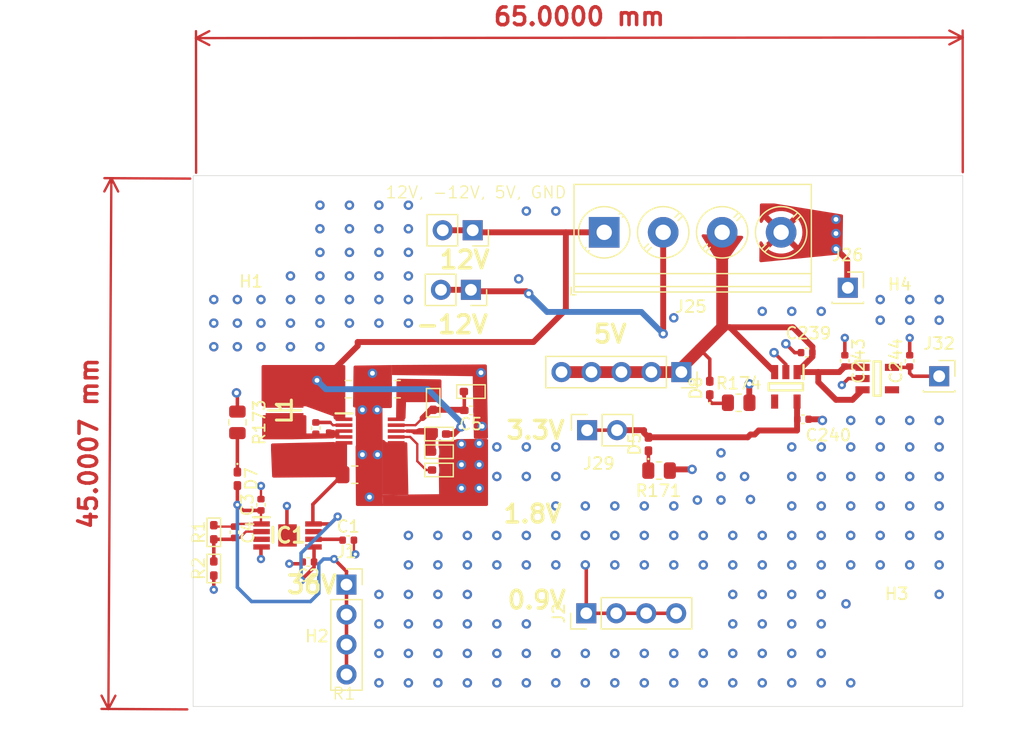
<source format=kicad_pcb>
(kicad_pcb (version 20240108) (generator "pcbnew") (generator_version "8.0")
  (layers (0 "F.Cu" signal) (1 "In1.Cu" power) (2 "In2.Cu" power) (31 "B.Cu" signal) (34 "B.Paste" user) (35 "F.Paste" user) (36 "B.SilkS" user "B.Silkscreen") (37 "F.SilkS" user "F.Silkscreen") (38 "B.Mask" user) (39 "F.Mask" user) (44 "Edge.Cuts" user))
  (net 0 "")
  (net 1 "5V")
  (net 2 "12V")
  (net 3 "3.3V")
  (net 4 "GND")
  (net 5 "Net-(D5-Pad1)")
  (net 6 "Net-(D7-Pad1)")
  (net 8 "-12V")
  (net 9 "Net-(D8-Pad1)")
  (net 10 "SW")
  (net 11 "BST")
  (net 12 "Net-(IC2-INTVCC)")
  (net 13 "36V")
  (net 14 "EN{slash}UVLO")
  (net 15 "Net-(IC2-CTRL)")
  (net 16 "Net-(IC2-RT)")
  (net 18 "3.3V_2")
  (net 19 "Net-(IC1-SS)")
  (net 20 "36V_LDO")
  (net 21 "Net-(IC1-ADJ{slash}FF)")
  (footprint "Capacitor_SMD:C_0402_1005Metric" (layer "F.Cu") (at 185 55.2 90)
    (property "Reference" "C244")
    (property "Value" "1uF")
  )
  (footprint "SamacSys_Parts:INDC3030X200N" (layer "F.Cu") (at 132 59.4 -90)
    (property "Reference" "L1")
    (property "Value" "78438336100" (hide yes))
  )
  (footprint "LED_SMD:LED_0402_1005Metric_Pad0.77x0.64mm_HandSolder" (layer "F.Cu") (at 162.85 62.25 90)
    (property "Reference" "D5")
    (property "Value" "LED")
  )
  (footprint "Capacitor_SMD:C_0805_2012Metric_Pad1.18x1.45mm_HandSolder" (layer "F.Cu") (at 137.4 57.6)
    (property "Reference" "C51" (hide yes))
    (property "Value" "2.2uF")
  )
  (footprint "Connector_PinSocket_2.54mm:PinSocket_1x01_P2.54mm_Vertical" (layer "F.Cu") (at 179.75 49)
    (property "Reference" "J26")
    (property "Value" "PINHD_1x1_Female")
  )
  (footprint "Capacitor_SMD:C_0402_1005Metric" (layer "F.Cu") (at 134.65 60.9 90)
    (property "Reference" "C52" (hide yes))
    (property "Value" "0.1uF")
  )
  (footprint "Connector_PinSocket_2.54mm:PinSocket_1x02_P2.54mm_Vertical" (layer "F.Cu") (at 157.65 61.075 90)
    (property "Reference" "J29")
    (property "Value" "PINHD_1x2_Female")
  )
  (footprint "Resistor_SMD:R_0805_2012Metric" (layer "F.Cu") (at 170.5 58.75)
    (property "Reference" "R174")
    (property "Value" "2.2k")
  )
  (footprint "Connector_PinSocket_2.54mm:PinSocket_1x04_P2.54mm_Vertical" (layer "F.Cu") (at 137.25 74.17)
    (property "Reference" "J1")
    (property "Value" "PINHD_1x4_Female")
  )
  (footprint "PCM_Resistor_SMD_AKL:R_0402_1005Metric_Pad0.72x0.64mm_HandSolder" (layer "F.Cu") (at 145.1 62.9)
    (property "Reference" "R38" (hide yes))
    (property "Value" "162k")
  )
  (footprint "TerminalBlock_Phoenix:TerminalBlock_Phoenix_PT-1,5-4-5.0-H_1x04_P5.00mm_Horizontal" (layer "F.Cu") (at 159.1 44.3)
    (property "Reference" "J25")
    (property "Value" "Screw_Terminal_4_P5.00mm")
  )
  (footprint "PCM_Resistor_SMD_AKL:R_0402_1005Metric_Pad0.72x0.64mm_HandSolder" (layer "F.Cu") (at 144.6 58.75 -90)
    (property "Reference" "R40" (hide yes))
    (property "Value" "301k")
  )
  (footprint "SamacSys_Parts:SOP50P490X110-11N" (layer "F.Cu") (at 139.25 61.15)
    (property "Reference" "IC2" (hide yes))
    (property "Value" "LT8338" (hide yes))
  )
  (footprint "PCM_Resistor_SMD_AKL:R_0402_1005Metric_Pad0.72x0.64mm_HandSolder" (layer "F.Cu") (at 126 69.73 90)
    (property "Reference" "R1")
    (property "Value" "135k")
  )
  (footprint "Connector_PinHeader_2.54mm:PinHeader_1x04_P2.54mm_Vertical" (layer "F.Cu") (at 157.58 76.6 90)
    (property "Reference" "J2")
    (property "Value" "PINHD_1x4_Male")
  )
  (footprint "SamacSys_Parts:SOP65P490X110-9N" (layer "F.Cu") (at 132.25 70)
    (property "Reference" "IC1")
    (property "Value" "NCP731ADNADJR2G" (hide yes))
  )
  (footprint "PCM_Resistor_SMD_AKL:R_0402_1005Metric_Pad0.72x0.64mm_HandSolder" (layer "F.Cu") (at 126 72.8 90)
    (property "Reference" "R2")
    (property "Value" "5k")
  )
  (footprint "Capacitor_SMD:C_0402_1005Metric" (layer "F.Cu") (at 134.02 72.25 180)
    (property "Reference" "C2")
    (property "Value" "1uF")
  )
  (footprint "MountingHole:MountingHole_3.2mm_M3" (layer "F.Cu") (at 129.5 44.15)
    (property "Reference" "H1")
    (property "Value" "MountingHole_M3")
  )
  (footprint "PCM_Resistor_SMD_AKL:R_0402_1005Metric_Pad0.72x0.64mm_HandSolder" (layer "F.Cu") (at 145.1 61.4 180)
    (property "Reference" "R37" (hide yes))
    (property "Value" "1M")
  )
  (footprint "MountingHole:MountingHole_3.2mm_M3" (layer "F.Cu") (at 183.9 44.15)
    (property "Reference" "H4")
    (property "Value" "MountingHole_M3")
  )
  (footprint "Connector_PinSocket_2.54mm:PinSocket_1x02_P2.54mm_Vertical" (layer "F.Cu") (at 147.95 44.125 -90)
    (property "Reference" "J23" (hide yes))
    (property "Value" "PINHD_1x2_Female")
  )
  (footprint "LED_SMD:LED_0402_1005Metric_Pad0.77x0.64mm_HandSolder" (layer "F.Cu") (at 168.05 57.5 90)
    (property "Reference" "D8")
    (property "Value" "LED")
  )
  (footprint "Capacitor_SMD:C_0402_1005Metric" (layer "F.Cu") (at 127.75 69.73 -90)
    (property "Reference" "C4")
    (property "Value" "10nF")
  )
  (footprint "Capacitor_SMD:C_0402_1005Metric" (layer "F.Cu") (at 137.4 70.4)
    (property "Reference" "C1")
    (property "Value" "10nF")
  )
  (footprint "LED_SMD:LED_0402_1005Metric_Pad0.77x0.64mm_HandSolder" (layer "F.Cu") (at 128 65.2 -90)
    (property "Reference" "D7")
    (property "Value" "LED")
  )
  (footprint "PCM_Resistor_SMD_AKL:R_0402_1005Metric_Pad0.72x0.64mm_HandSolder" (layer "F.Cu") (at 145.1 64.45)
    (property "Reference" "R39" (hide yes))
    (property "Value" "40.2k")
  )
  (footprint "Capacitor_SMD:C_0805_2012Metric_Pad1.18x1.45mm_HandSolder" (layer "F.Cu") (at 137.95 64.85)
    (property "Reference" "C242" (hide yes))
    (property "Value" "4.7uF")
  )
  (footprint "PCM_Resistor_SMD_AKL:R_0402_1005Metric_Pad0.72x0.64mm_HandSolder" (layer "F.Cu") (at 147.8 57.8)
    (property "Reference" "R41" (hide yes))
    (property "Value" "1M")
  )
  (footprint "Capacitor_SMD:C_0402_1005Metric_Pad0.74x0.62mm_HandSolder" (layer "F.Cu") (at 147.8 59.4 180)
    (property "Reference" "C5")
    (property "Value" "0.01uF")
  )
  (footprint "Capacitor_SMD:C_0402_1005Metric" (layer "F.Cu") (at 130 67.4 90)
    (property "Reference" "C3")
    (property "Value" "1uF")
  )
  (footprint "Connector_PinSocket_2.54mm:PinSocket_1x05_P2.54mm_Vertical" (layer "F.Cu") (at 165.64 56.15 -90)
    (property "Reference" "J28" (hide yes))
    (property "Value" "PINHD_1x5_Female")
  )
  (footprint "SamacSys_Parts:SOT95P280X145-5N" (layer "F.Cu") (at 174.5 57.4 -90)
    (property "Reference" "IC8" (hide yes))
    (property "Value" "TLV73333PDBVR" (hide yes))
  )
  (footprint "Capacitor_SMD:C_0805_2012Metric_Pad1.18x1.45mm_HandSolder" (layer "F.Cu") (at 141.55 57.6 180)
    (property "Reference" "C53" (hide yes))
    (property "Value" "2.2uF")
  )
  (footprint "Connector_PinSocket_2.54mm:PinSocket_1x02_P2.54mm_Vertical" (layer "F.Cu") (at 147.8 49.175 -90)
    (property "Reference" "J24" (hide yes))
    (property "Value" "PINHD_1x2_Female")
  )
  (footprint "MountingHole:MountingHole_3.2mm_M3" (layer "F.Cu") (at 129.5 79.15)
    (property "Reference" "H2")
    (property "Value" "MountingHole_M3")
  )
  (footprint "SamacSys_Parts:SOT95P280X145-5N" (layer "F.Cu") (at 182.25 56.7)
    (property "Reference" "IC9" (hide yes))
    (property "Value" "TLV73333PDBVR" (hide yes))
  )
  (footprint "Resistor_SMD:R_0805_2012Metric" (layer "F.Cu") (at 163.75 64.5)
    (property "Reference" "R171")
    (property "Value" "2.2k")
  )
  (footprint "MountingHole:MountingHole_3.2mm_M3" (layer "F.Cu") (at 183.9 79.15)
    (property "Reference" "H3")
    (property "Value" "MountingHole_M3")
  )
  (footprint "Resistor_SMD:R_0805_2012Metric" (layer "F.Cu") (at 128 60.4125 90)
    (property "Reference" "R173")
    (property "Value" "2.2k")
  )
  (footprint "Capacitor_SMD:C_0402_1005Metric" (layer "F.Cu") (at 176.27 54.5)
    (property "Reference" "C239")
    (property "Value" "1uF")
  )
  (footprint "Capacitor_SMD:C_0402_1005Metric" (layer "F.Cu") (at 175.95 60.15)
    (property "Reference" "C240")
    (property "Value" "1uF")
  )
  (footprint "Capacitor_SMD:C_0402_1005Metric" (layer "F.Cu") (at 179.5 55.2 -90)
    (property "Reference" "C243")
    (property "Value" "1uF")
  )
  (footprint "Connector_PinSocket_2.54mm:PinSocket_1x01_P2.54mm_Vertical" (layer "F.Cu") (at 187.5 56.5)
    (property "Reference" "J32")
    (property "Value" "PINHD_1x1_Female")
  )
  (gr_line (start 124.25 84.5) (end 124.25 39.5) (stroke (width 0.05)) (layer "Edge.Cuts"))
  (gr_line (start 124.25 84.5) (end 189.5 84.5) (stroke (width 0.05)) (layer "Edge.Cuts"))
  (gr_line (start 124.25 39.5) (end 189.5 39.5) (stroke (width 0.05)) (layer "Edge.Cuts"))
  (gr_line (start 189.5 39.5) (end 189.5 84.5) (stroke (width 0.05)) (layer "Edge.Cuts"))
  (gr_text "1.8V" (at 150.4 69.05 0) (layer "F.SilkS") (effects (font (size 1.5 1.5) (thickness 0.3) (bold yes)) (justify left bottom)))
  (gr_text "3.3V" (at 150.65 61.95 0) (layer "F.SilkS") (effects (font (size 1.5 1.5) (thickness 0.3) (bold yes)) (justify left bottom)))
  (gr_text "12V" (at 145 47.5 0) (layer "F.SilkS") (effects (font (size 1.5 1.5) (thickness 0.3) (bold yes)) (justify left bottom)))
  (gr_text "5V\n" (at 158.05 53.8 0) (layer "F.SilkS") (effects (font (size 1.5 1.5) (thickness 0.3) (bold yes)) (justify left bottom)))
  (gr_text "R1" (at 136 84 0) (layer "F.SilkS") (effects (font (size 1 1) (thickness 0.1)) (justify left bottom)))
  (gr_text "-12V" (at 143 53 0) (layer "F.SilkS") (effects (font (size 1.5 1.5) (thickness 0.3) (bold yes)) (justify left bottom)))
  (gr_text "0.9V" (at 150.75 76.35 0) (layer "F.SilkS") (effects (font (size 1.5 1.5) (thickness 0.3) (bold yes)) (justify left bottom)))
  (gr_text "36V\n" (at 132.05 75.05 0) (layer "F.SilkS") (effects (font (size 1.5 1.5) (thickness 0.3) (bold yes)) (justify left bottom)))
  (gr_text "12V, -12V, 5V, GND" (at 140.5 41.5 0) (layer "F.SilkS") (effects (font (size 1 1) (thickness 0.1)) (justify left bottom)))
  (dimension (type aligned) (layer "F.Cu") (pts (xy 124.5 39.75) (xy 124.25 84.75)) (height 7.187121) (gr_text "45.0007 mm" (at 115.388018 62.200072 89.68169339) (layer "F.Cu") (effects (font (size 1.5 1.5) (thickness 0.3)))) (format (prefix "") (suffix "") (units 3) (units_format 1) (precision 4)) (style (thickness 0.2) (arrow_length 1.27) (text_position_mode 0) (extension_height 0.58642) (extension_offset 0.5) keep_text_aligned))
  (dimension (type aligned) (layer "F.Cu") (pts (xy 124.5 39.75) (xy 189.5 39.7)) (height -11.917512) (gr_text "65.0000 mm" (at 156.989448 26.007493 0.04407366786) (layer "F.Cu") (effects (font (size 1.5 1.5) (thickness 0.3)))) (format (prefix "") (suffix "") (units 3) (units_format 1) (precision 4)) (style (thickness 0.2) (arrow_length 1.27) (text_position_mode 0) (extension_height 0.58642) (extension_offset 0.5) keep_text_aligned))
  (segment (start 169.1 44.3) (end 169.1 52.35) (width 1) (layer "F.Cu") (net 1))
  (segment (start 169.75 52.35) (end 173.55 56.15) (width 0.5) (layer "F.Cu") (net 1))
  (segment (start 180.15 58.5) (end 181 57.65) (width 0.5) (layer "F.Cu") (net 1))
  (segment (start 179.5 55.68) (end 180.93 55.68) (width 0.5) (layer "F.Cu") (net 1))
  (segment (start 175.1 52.35) (end 176.75 54) (width 0.5) (layer "F.Cu") (net 1))
  (segment (start 165.64 56.15) (end 165.64 55.81) (width 1) (layer "F.Cu") (net 1))
  (segment (start 168.05 55.05) (end 167.225 54.225) (width 0.3) (layer "F.Cu") (net 1))
  (segment (start 169.3 52.35) (end 175.1 52.35) (width 0.5) (layer "F.Cu") (net 1))
  (segment (start 177.25 56.15) (end 177.25 57) (width 0.5) (layer "F.Cu") (net 1))
  (segment (start 176.75 54.85) (end 175.45 56.15) (width 0.5) (layer "F.Cu") (net 1))
  (segment (start 165.64 56.15) (end 155.48 56.15) (width 1) (layer "F.Cu") (net 1))
  (segment (start 180.93 55.68) (end 181 55.75) (width 0.5) (layer "F.Cu") (net 1))
  (segment (start 169.1 52.35) (end 169.3 52.35) (width 0.5) (layer "F.Cu") (net 1))
  (segment (start 179.03 56.15) (end 179.5 55.68) (width 0.5) (layer "F.Cu") (net 1))
  (segment (start 165.64 55.81) (end 167.225 54.225) (width 1) (layer "F.Cu") (net 1))
  (segment (start 169.3 52.35) (end 169.75 52.35) (width 0.5) (layer "F.Cu") (net 1))
  (segment (start 176.75 54) (end 176.75 54.85) (width 0.5) (layer "F.Cu") (net 1))
  (segment (start 168.05 57.18) (end 168.05 55.05) (width 0.3) (layer "F.Cu") (net 1))
  (segment (start 178.75 58.5) (end 180.15 58.5) (width 0.5) (layer "F.Cu") (net 1))
  (segment (start 177.25 57) (end 178.75 58.5) (width 0.5) (layer "F.Cu") (net 1))
  (segment (start 167.225 54.225) (end 169.1 52.35) (width 1) (layer "F.Cu") (net 1))
  (segment (start 175.45 56.15) (end 177.25 56.15) (width 0.5) (layer "F.Cu") (net 1))
  (segment (start 177.25 56.15) (end 179.03 56.15) (width 0.5) (layer "F.Cu") (net 1))
  (segment (start 146.95 60.8) (end 146.35 61.4) (width 0.5) (layer "F.Cu") (net 2))
  (segment (start 138.2 53.6) (end 138.2 53.925) (width 0.5) (layer "F.Cu") (net 2))
  (segment (start 155.85 50.85) (end 153.1 53.6) (width 0.5) (layer "F.Cu") (net 2))
  (segment (start 153.1 53.6) (end 138.2 53.6) (width 0.5) (layer "F.Cu") (net 2))
  (segment (start 155.85 44.3) (end 148.125 44.3) (width 0.5) (layer "F.Cu") (net 2))
  (segment (start 146.35 61.4) (end 145.6975 61.4) (width 0.5) (layer "F.Cu") (net 2))
  (segment (start 136.3625 55.7625) (end 136.3625 57.6) (width 0.5) (layer "F.Cu") (net 2))
  (segment (start 159.1 44.3) (end 155.85 44.3) (width 0.5) (layer "F.Cu") (net 2))
  (segment (start 138.2 53.925) (end 136.3625 55.7625) (width 0.5) (layer "F.Cu") (net 2))
  (segment (start 147.95 44.125) (end 145.41 44.125) (width 0.5) (layer "F.Cu") (net 2))
  (segment (start 148.125 44.3) (end 147.95 44.125) (width 0.5) (layer "F.Cu") (net 2))
  (segment (start 155.85 44.3) (end 155.85 50.85) (width 0.5) (layer "F.Cu") (net 2))
  (via (at 146.95 60.8) (size 0.8) (drill 0.4) (layers "F.Cu" "B.Cu") (net 2))
  (via (at 134.75 56.85) (size 0.8) (drill 0.4) (layers "F.Cu" "B.Cu") (net 2))
  (segment (start 135.5 57.6) (end 134.75 56.85) (width 0.5) (layer "B.Cu") (net 2))
  (segment (start 144.15 57.6) (end 135.5 57.6) (width 0.5) (layer "B.Cu") (net 2))
  (segment (start 146.95 60.4) (end 144.15 57.6) (width 0.5) (layer "B.Cu") (net 2))
  (segment (start 146.95 60.8) (end 146.95 60.4) (width 0.5) (layer "B.Cu") (net 2))
  (segment (start 172.2 61.1) (end 175.45 61.1) (width 0.5) (layer "F.Cu") (net 3))
  (segment (start 171.2675 61.6775) (end 171.5 61.445) (width 0.5) (layer "F.Cu") (net 3))
  (segment (start 171.855 61.445) (end 172.2 61.1) (width 0.5) (layer "F.Cu") (net 3))
  (segment (start 160.65 61.535) (end 160.19 61.075) (width 0.3) (layer "F.Cu") (net 3))
  (segment (start 162.85 61.6775) (end 171.2675 61.6775) (width 0.5) (layer "F.Cu") (net 3))
  (segment (start 162.48 61.3075) (end 162.85 61.6775) (width 0.5) (layer "F.Cu") (net 3))
  (segment (start 160.19 61.075) (end 157.65 61.075) (width 0.3) (layer "F.Cu") (net 3))
  (segment (start 162.48 61.075) (end 160.19 61.075) (width 0.5) (layer "F.Cu") (net 3))
  (segment (start 171.5 61.445) (end 171.855 61.445) (width 0.5) (layer "F.Cu") (net 3))
  (segment (start 162.48 61.075) (end 162.48 61.3075) (width 0.5) (layer "F.Cu") (net 3))
  (segment (start 175.45 58.65) (end 175.45 61.1) (width 0.5) (layer "F.Cu") (net 3))
  (segment (start 181 56.7) (end 179.8 56.7) (width 0.3) (layer "F.Cu") (net 4))
  (segment (start 130 66.92) (end 130 65.8) (width 0.2) (layer "F.Cu") (net 4))
  (segment (start 179.7 48.8) (end 179.7 46.65) (width 0.5) (layer "F.Cu") (net 4))
  (segment (start 176.43 60.15) (end 177.5 60.15) (width 0.5) (layer "F.Cu") (net 4))
  (segment (start 171.4 58.7625) (end 171.3625 58.8) (width 0.5) (layer "F.Cu") (net 4))
  (segment (start 174.5 55.5) (end 173.5 54.5) (width 0.3) (layer "F.Cu") (net 4))
  (segment (start 157.58 72.58) (end 157.58 76.6) (width 0.3) (layer "F.Cu") (net 4))
  (segment (start 185 54.72) (end 185 53.25) (width 0.3) (layer "F.Cu") (net 4))
  (segment (start 157.58 76.6) (end 160.12 76.6) (width 0.3) (layer "F.Cu") (net 4))
  (segment (start 130 72) (end 130 71.025) (width 0.3) (layer "F.Cu") (net 4))
  (segment (start 132.4 72.4) (end 133.39 72.4) (width 0.3) (layer "F.Cu") (net 4))
  (segment (start 166.55 64.4) (end 164.765 64.4) (width 0.5) (layer "F.Cu") (net 4))
  (segment (start 128 59.5) (end 128 57.9875) (width 0.3) (layer "F.Cu") (net 4))
  (segment (start 177.5 60.15) (end 177.6 60.25) (width 0.5) (layer "F.Cu") (net 4))
  (segment (start 137.88 71.48) (end 138 71.6) (width 0.2) (layer "F.Cu") (net 4))
  (segment (start 175.79 54.5) (end 175.25 54.5) (width 0.3) (layer "F.Cu") (net 4))
  (segment (start 133.39 72.4) (end 133.54 72.25) (width 0.2) (layer "F.Cu") (net 4))
  (segment (start 132.2 67.5) (end 132.2 69.95) (width 0.3) (layer "F.Cu") (net 4))
  (segment (start 128 57.9875) (end 127.925 57.9125) (width 0.3) (layer "F.Cu") (net 4))
  (segment (start 126 73.3975) (end 126 74.6) (width 0.3) (layer "F.Cu") (net 4))
  (segment (start 174.5 56.15) (end 174.5 55.5) (width 0.3) (layer "F.Cu") (net 4))
  (segment (start 130 71.025) (end 130.05 70.975) (width 0.2) (layer "F.Cu") (net 4))
  (segment (start 179.5 54.72) (end 179.5 53.25) (width 0.3) (layer "F.Cu") (net 4))
  (segment (start 160.12 76.6) (end 162.66 76.6) (width 0.3) (layer "F.Cu") (net 4))
  (segment (start 179.8 56.7) (end 179.25 57.25) (width 0.3) (layer "F.Cu") (net 4))
  (segment (start 157.5 72.5) (end 157.58 72.58) (width 0.3) (layer "F.Cu") (net 4))
  (segment (start 179.7 46.65) (end 178.75 45.7) (width 0.5) (layer "F.Cu") (net 4))
  (segment (start 132.2 69.95) (end 132.25 70) (width 0.3) (layer "F.Cu") (net 4))
  (segment (start 162.66 76.6) (end 165.2 76.6) (width 0.3) (layer "F.Cu") (net 4))
  (segment (start 137.88 70.4) (end 137.88 71.48) (width 0.2) (layer "F.Cu") (net 4))
  (segment (start 171.4 57.15) (end 171.4 58.7625) (width 0.5) (layer "F.Cu") (net 4))
  (segment (start 175.25 54.5) (end 174.5 53.75) (width 0.3) (layer "F.Cu") (net 4))
  (segment (start 171.5 66.95) (end 171.62 66.95) (width 0.5) (layer "F.Cu") (net 4))
  (via (at 160 70) (size 0.8) (drill 0.4) (layers "F.Cu" "B.Cu") (net 4))
  (via (at 162.5 70) (size 0.8) (drill 0.4) (layers "F.Cu" "B.Cu") (net 4))
  (via (at 177.5 80) (size 0.8) (drill 0.4) (layers "F.Cu" "B.Cu") (net 4))
  (via (at 135 44) (size 0.8) (drill 0.4) (layers "F.Cu" "B.Cu") (net 4))
  (via (at 152.5 82.5) (size 0.8) (drill 0.4) (layers "F.Cu" "B.Cu") (net 4))
  (via (at 150 80) (size 0.8) (drill 0.4) (layers "F.Cu" "B.Cu") (net 4))
  (via (at 145 77.5) (size 0.8) (drill 0.4) (layers "F.Cu" "B.Cu") (net 4))
  (via (at 167.5 70) (size 0.8) (drill 0.4) (layers "F.Cu" "B.Cu") (net 4))
  (via (at 175 77.5) (size 0.8) (drill 0.4) (layers "F.Cu" "B.Cu") (net 4))
  (via (at 152.5 80) (size 0.8) (drill 0.4) (layers "F.Cu" "B.Cu") (net 4))
  (via (at 160 72.5) (size 0.8) (drill 0.4) (layers "F.Cu" "B.Cu") (net 4))
  (via (at 155 42.5) (size 0.8) (drill 0.4) (layers "F.Cu" "B.Cu") (net 4))
  (via (at 145 82.5) (size 0.8) (drill 0.4) (layers "F.Cu" "B.Cu") (net 4))
  (via (at 140 80) (size 0.8) (drill 0.4) (layers "F.Cu" "B.Cu") (net 4))
  (via (at 142.5 48) (size 0.8) (drill 0.4) (layers "F.Cu" "B.Cu") (net 4))
  (via (at 130 50) (size 0.8) (drill 0.4) (layers "F.Cu" "B.Cu") (net 4))
  (via (at 148.75 60.75) (size 0.8) (drill 0.4) (layers "F.Cu" "B.Cu") (net 4))
  (via (at 172.5 70) (size 0.8) (drill 0.4) (layers "F.Cu" "B.Cu") (net 4))
  (via (at 166.55 64.4) (size 0.8) (drill 0.4) (layers "F.Cu" "B.Cu") (net 4))
  (via (at 171.5 66.95) (size 0.8) (drill 0.4) (layers "F.Cu" "B.Cu") (net 4))
  (via (at 167.5 80) (size 0.8) (drill 0.4) (layers "F.Cu" "B.Cu") (net 4))
  (via (at 135 46) (size 0.8) (drill 0.4) (layers "F.Cu" "B.Cu") (net 4))
  (via (at 165 82.5) (size 0.8) (drill 0.4) (layers "F.Cu" "B.Cu") (net 4))
  (via (at 142.5 75) (size 0.8) (drill 0.4) (layers "F.Cu" "B.Cu") (net 4))
  (via (at 148.5 62.2) (size 0.8) (drill 0.4) (layers "F.Cu" "B.Cu") (net 4))
  (via (at 138.6 59.35) (size 0.8) (drill 0.4) (layers "F.Cu" "B.Cu") (net 4))
  (via (at 142.5 80) (size 0.8) (drill 0.4) (layers "F.Cu" "B.Cu") (net 4))
  (via (at 135 42) (size 0.8) (drill 0.4) (layers "F.Cu" "B.Cu") (net 4))
  (via (at 147 66) (size 0.8) (drill 0.4) (layers "F.Cu" "B.Cu") (net 4))
  (via (at 147.5 75) (size 0.8) (drill 0.4) (layers "F.Cu" "B.Cu") (net 4))
  (via (at 152.5 62.5) (size 0.8) (drill 0.4) (layers "F.Cu" "B.Cu") (net 4))
  (via (at 147.5 70) (size 0.8) (drill 0.4) (layers "F.Cu" "B.Cu") (net 4))
  (via (at 147 64) (size 0.8) (drill 0.4) (layers "F.Cu" "B.Cu") (net 4))
  (via (at 180 72.5) (size 0.8) (drill 0.4) (layers "F.Cu" "B.Cu") (net 4))
  (via (at 187.5 60.25) (size 0.8) (drill 0.4) (layers "F.Cu" "B.Cu") (net 4))
  (via (at 140 50) (size 0.8) (drill 0.4) (layers "F.Cu" "B.Cu") (net 4))
  (via (at 179.6 75.8) (size 0.8) (drill 0.4) (layers "F.Cu" "B.Cu") (net 4))
  (via (at 148.5 64) (size 0.8) (drill 0.4) (layers "F.Cu" "B.Cu") (net 4))
  (via (at 172.5 80) (size 0.8) (drill 0.4) (layers "F.Cu" "B.Cu") (net 4))
  (via (at 130 54) (size 0.8) (drill 0.4) (layers "F.Cu" "B.Cu") (net 4))
  (via (at 165 51.55) (size 0.8) (drill 0.4) (layers "F.Cu" "B.Cu") (net 4))
  (via (at 180 60.25) (size 0.8) (drill 0.4) (layers "F.Cu" "B.Cu") (net 4))
  (via (at 160 80) (size 0.8) (drill 0.4) (layers "F.Cu" "B.Cu") (net 4))
  (via (at 162.5 80) (size 0.8) (drill 0.4) (layers "F.Cu" "B.Cu") (net 4))
  (via (at 142.5 42) (size 0.8) (drill 0.4) (layers "F.Cu" "B.Cu") (net 4))
  (via (at 155 82.5) (size 0.8) (drill 0.4) (layers "F.Cu" "B.Cu") (net 4))
  (via (at 126 52) (size 0.8) (drill 0.4) (layers "F.Cu" "B.Cu") (net 4))
  (via (at 182.5 51.75) (size 0.8) (drill 0.4) (layers "F.Cu" "B.Cu") (net 4))
  (via (at 132.5 54) (size 0.8) (drill 0.4) (layers "F.Cu" "B.Cu") (net 4))
  (via (at 180 70) (size 0.8) (drill 0.4) (layers "F.Cu" "B.Cu") (net 4))
  (via (at 132.4 72.4) (size 0.7) (drill 0.3) (layers "F.Cu" "B.Cu") (net 4))
  (via (at 185 70) (size 0.8) (drill 0.4) (layers "F.Cu" "B.Cu") (net 4))
  (via (at 148.5 66) (size 0.8) (drill 0.4) (layers "F.Cu" "B.Cu") (net 4))
  (via (at 187.5 72.5) (size 0.8) (drill 0.4) (layers "F.Cu" "B.Cu") (net 4))
  (via (at 169 63) (size 0.8) (drill 0.4) (layers "F.Cu" "B.Cu") (net 4))
  (via (at 160 82.5) (size 0.8) (drill 0.4) (layers "F.Cu" "B.Cu") (net 4))
  (via (at 175 75) (size 0.8) (drill 0.4) (layers "F.Cu" "B.Cu") (net 4))
  (via (at 182.5 72.5) (size 0.8) (drill 0.4) (layers "F.Cu" "B.Cu") (net 4))
  (via (at 155 62.5) (size 0.8) (drill 0.4) (layers "F.Cu" "B.Cu") (net 4))
  (via (at 142.5 46) (size 0.8) (drill 0.4) (layers "F.Cu" "B.Cu") (net 4))
  (via (at 152.5 42.5) (size 0.8) (drill 0.4) (layers "F.Cu" "B.Cu") (net 4))
  (via (at 187.5 50) (size 0.8) (drill 0.4) (layers "F.Cu" "B.Cu") (net 4))
  (via (at 130 65.8) (size 0.7) (drill 0.3) (layers "F.Cu" "B.Cu") (net 4))
  (via (at 155 80) (size 0.8) (drill 0.4) (layers "F.Cu" "B.Cu") (net 4))
  (via (at 150 70) (size 0.8) (drill 0.4) (layers "F.Cu" "B.Cu") (net 4))
  (via (at 142.5 52) (size 0.8) (drill 0.4) (layers "F.Cu" "B.Cu") (net 4))
  (via (at 175 62.5) (size 0.8) (drill 0.4) (layers "F.Cu" "B.Cu") (net 4))
  (via (at 172.5 82.5) (size 0.8) (drill 0.4) (layers "F.Cu" "B.Cu") (net 4))
  (via (at 157.5 82.5) (size 0.8) (drill 0.4) (layers "F.Cu" "B.Cu") (net 4))
  (via (at 147.5 72.5) (size 0.8) (drill 0.4) (layers "F.Cu" "B.Cu") (net 4))
  (via (at 150 65) (size 0.8) (drill 0.4) (layers "F.Cu" "B.Cu") (net 4))
  (via (at 142.5 44) (size 0.8) (drill 0.4) (layers "F.Cu" "B.Cu") (net 4))
  (via (at 126 50) (size 0.8) (drill 0.4) (layers "F.Cu" "B.Cu") (net 4))
  (via (at 167 67) (size 0.8) (drill 0.4) (layers "F.Cu" "B.Cu") (net 4))
  (via (at 177.5 72.5) (size 0.8) (drill 0.4) (layers "F.Cu" "B.Cu") (net 4))
  (via (at 178.75 44.4) (size 0.8) (drill 0.4) (layers "F.Cu" "B.Cu") (net 4))
  (via (at 187.5 65) (size 0.8) (drill 0.4) (layers "F.Cu" "B.Cu") (net 4))
  (via (at 150 77.5) (size 0.8) (drill 0.4) (layers "F.Cu" "B.Cu") (net 4))
  (via (at 139.45 56.25) (size 0.8) (drill 0.4) (layers "F.Cu" "B.Cu") (net 4))
  (via (at 177.5 75) (size 0.8) (drill 0.4) (layers "F.Cu" "B.Cu") (net 4))
  (via (at 157.5 80) (size 0.8) (drill 0.4) (layers "F.Cu" "B.Cu") (net 4))
  (via (at 177.5 70) (size 0.8) (drill 0.4) (layers "F.Cu" "B.Cu") (net 4))
  (via (at 165 70) (size 0.8) (drill 0.4) (layers "F.Cu" "B.Cu") (net 4))
  (via (at 173.5 54.5) (size 0.8) (drill 0.4) (layers "F.Cu" "B.Cu") (net 4))
  (via (at 162.5 67.5) (size 0.8) (drill 0.4) (layers "F.Cu" "B.Cu") (net 4))
  (via (at 130 72) (size 0.7) (drill 0.3) (layers "F.Cu" "B.Cu") (net 4))
  (via (at 172.5 77.5) (size 0.8) (drill 0.4) (layers "F.Cu" "B.Cu") (net 4))
  (via (at 140 42) (size 0.8) (drill 0.4) (layers "F.Cu" "B.Cu") (net 4))
  (via (at 128 50) (size 0.8) (drill 0.4) (layers "F.Cu" "B.Cu") (net 4))
  (via (at 147.5 82.5) (size 0.8) (drill 0.4) (layers "F.Cu" "B.Cu") (net 4))
  (via (at 185 50) (size 0.8) (drill 0.4) (layers "F.Cu" "B.Cu") (net 4))
  (via (at 178.75 43.2) (size 0.8) (drill 0.4) (layers "F.Cu" "B.Cu") (net 4))
  (via (at 147 62.25) (size 0.8) (drill 0.4) (layers "F.Cu" "B.Cu") (net 4))
  (via (at 152.5 70) (size 0.8) (drill 0.4) (layers "F.Cu" "B.Cu") (net 4))
  (via (at 142.5 72.5) (size 0.8) (drill 0.4) (layers "F.Cu" "B.Cu") (net 4))
  (via (at 185 72.5) (size 0.8) (drill 0.4) (layers "F.Cu" "B.Cu") (net 4))
  (via (at 177.5 62.5) (size 0.8) (drill 0.4) (layers "F.Cu" "B.Cu") (net 4))
  (via (at 148.65 56.2) (size 0.8) (drill 0.4) (layers "F.Cu" "B.Cu") (net 4))
  (via (at 142.5 82.5) (size 0.8) (drill 0.4) (layers "F.Cu" "B.Cu") (net 4))
  (via (at 138.6 63.15) (size 0.8) (drill 0.4) (layers "F.Cu" "B.Cu") (net 4))
  (via (at 126 54) (size 0.8) (drill 0.4) (layers "F.Cu" "B.Cu") (net 4))
  (via (at 182.5 60.25) (size 0.8) (drill 0.4) (layers "F.Cu" "B.Cu") (net 4))
  (via (at 155 70) (size 0.8) (drill 0.4) (layers "F.Cu" "B.Cu") (net 4))
  (via (at 145 72.5) (size 0.8) (drill 0.4) (layers "F.Cu" "B.Cu") (net 4))
  (via (at 142.5 70) (size 0.8) (drill 0.4) (layers "F.Cu" "B.Cu") (net 4))
  (via (at 187.5 51.75) (size 0.8) (drill 0.4) (layers "F.Cu" "B.Cu") (net 4))
  (via (at 170 72.5) (size 0.8) (drill 0.4) (layers "F.Cu" "B.Cu") (net 4))
  (via (at 137.5 50) (size 0.8) (drill 0.4) (layers "F.Cu" "B.Cu") (net 4))
  (via (at 145 80) (size 0.8) (drill 0.4) (layers "F.Cu" "B.Cu") (net 4))
  (via (at 171 65) (size 0.8) (drill 0.4) (layers "F.Cu" "B.Cu") (net 4))
  (via (at 182.5 65) (size 0.8) (drill 0.4) (layers "F.Cu" "B.Cu") (net 4))
  (via (at 137.5 44) (size 0.8) (drill 0.4) (layers "F.Cu" "B.Cu") (net 4))
  (via (at 187.5 70) (size 0.8) (drill 0.4) (layers "F.Cu" "B.Cu") (net 4))
  (via (at 170 75) (size 0.8) (drill 0.4) (layers "F.Cu" "B.Cu") (net 4))
  (via (at 182.5 70) (size 0.8) (drill 0.4) (layers "F.Cu" "B.Cu") (net 4))
  (via (at 177.5 77.5) (size 0.8) (drill 0.4) (layers "F.Cu" "B.Cu") (net 4))
  (via (at 162.5 82.5) (size 0.8) (drill 0.4) (layers "F.Cu" "B.Cu") (net 4))
  (via (at 180 65) (size 0.8) (drill 0.4) (layers "F.Cu" "B.Cu") (net 4))
  (via (at 187.5 62.5) (size 0.8) (drill 0.4) (layers "F.Cu" "B.Cu") (net 4))
  (via (at 137.5 48) (size 0.8) (drill 0.4) (layers "F.Cu" "B.Cu") (net 4))
  (via (at 185 53.25) (size 0.7) (drill 0.3) (layers "F.Cu" "B.Cu") (net 4))
  (via (at 167.5 72.5) (size 0.8) (drill 0.4) (layers "F.Cu" "B.Cu") (net 4))
  (via (at 140 48) (size 0.8) (drill 0.4) (layers "F.Cu" "B.Cu") (net 4))
  (via (at 132.5 52) (size 0.8) (drill 0.4) (layers "F.Cu" "B.Cu") (net 4))
  (via (at 175 72.5) (size 0.8) (drill 0.4) (layers "F.Cu" "B.Cu") (net 4))
  (via (at 169 65) (size 0.8) (drill 0.4) (layers "F.Cu" "B.Cu") (net 4))
  (via (at 157.5 67.5) (size 0.8) (drill 0.4) (layers "F.Cu" "B.Cu") (net 4))
  (via (at 175 65) (size 0.8) (drill 0.4) (layers "F.Cu" "B.Cu") (net 4))
  (via (at 170 70) (size 0.8) (drill 0.4) (layers "F.Cu" "B.Cu") (net 4))
  (via (at 128 54) (size 0.8) (drill 0.4) (layers "F.Cu" "B.Cu") (net 4))
  (via (at 137.5 46) (size 0.8) (drill 0.4) (layers "F.Cu" "B.Cu") (net 4))
  (via (at 147.5 80) (size 0.8) (drill 0.4) (layers "F.Cu" "B.Cu") (net 4))
  (via (at 152.5 65) (size 0.8) (drill 0.4) (layers "F.Cu" "B.Cu") (net 4))
  (via (at 137.5 42) (size 0.8) (drill 0.4) (layers "F.Cu" "B.Cu") (net 4))
  (via (at 175 51) (size 0.8) (drill 0.4) (layers "F.Cu" "B.Cu") (net 4))
  (via (at 185 62.5) (size 0.8) (drill 0.4) (layers "F.Cu" "B.Cu") (net 4))
  (via (at 169 67) (size 0.8) (drill 0.4) (layers "F.Cu" "B.Cu") (net 4))
  (via (at 140 75) (size 0.8) (drill 0.4) (layers "F.Cu" "B.Cu") (net 4))
  (via (at 177.6 60.25) (size 0.8) (drill 0.4) (layers "F.Cu" "B.Cu") (net 4))
  (via (at 180 82.5) (size 0.8) (drill 0.4) (layers "F.Cu" "B.Cu") (net 4))
  (via (at 179.25 57.25) (size 0.7) (drill 0.3) (layers "F.Cu" "B.Cu") (net 4))
  (via (at 175 82.5) (size 0.8) (drill 0.4) (layers "F.Cu" "B.Cu") (net 4))
  (via (at 135 52) (size 0.8) (drill 0.4) (layers "F.Cu" "B.Cu") (net 4))
  (via (at 170 80) (size 0.8) (drill 0.4) (layers "F.Cu" "B.Cu") (net 4))
  (via (at 174.5 53.75) (size 0.8) (drill 0.4) (layers "F.Cu" "B.Cu") (net 4))
  (via (at 172.5 72.5) (size 0.8) (drill 0.4) (layers "F.Cu" "B.Cu") (net 4))
  (via (at 178.75 45.7) (size 0.8) (drill 0.4) (layers "F.Cu" "B.Cu") (net 4))
  (via (at 152.5 77.5) (size 0.8) (drill 0.4) (layers "F.Cu" "B.Cu") (net 4))
  (via (at 155 72.5) (size 0.8) (drill 0.4) (layers "F.Cu" "B.Cu") (net 4))
  (via (at 157.5 72.5) (size 0.8) (drill 0.4) (layers "F.Cu" "B.Cu") (net 4))
  (via (at 187.5 67.5) (size 0.8) (drill 0.4) (layers "F.Cu" "B.Cu") (net 4))
  (via (at 180 62.5) (size 0.8) (drill 0.4) (layers "F.Cu" "B.Cu") (net 4))
  (via (at 177.5 65) (size 0.8) (drill 0.4) (layers "F.Cu" "B.Cu") (net 4))
  (via (at 177.5 67.5) (size 0.8) (drill 0.4) (layers "F.Cu" "B.Cu") (net 4))
  (via (at 127.925 57.9125) (size 0.8) (drill 0.4) (layers "F.Cu" "B.Cu") (net 4))
  (via (at 135 48) (size 0.8) (drill 0.4) (layers "F.Cu" "B.Cu") (net 4))
  (via (at 175 70) (size 0.8) (drill 0.4) (layers "F.Cu" "B.Cu") (net 4))
  (via (at 182.5 67.5) (size 0.8) (drill 0.4) (layers "F.Cu" "B.Cu") (net 4))
  (via (at 185 51.75) (size 0.8) (drill 0.4) (layers "F.Cu" "B.Cu") (net 4))
  (via (at 177.5 82.5) (size 0.8) (drill 0.4) (layers "F.Cu" "B.Cu") (net 4))
  (via (at 140 52) (size 0.8) (drill 0.4) (layers "F.Cu" "B.Cu") (net 4))
  (via (at 150 62.5) (size 0.8) (drill 0.4) (layers "F.Cu" "B.Cu") (net 4))
  (via (at 170 82.5) (size 0.8) (drill 0.4) (layers "F.Cu" "B.Cu") (net 4))
  (via (at 150 72.5) (size 0.8) (drill 0.4) (layers "F.Cu" "B.Cu") (net 4))
  (via (at 142.5 77.5) (size 0.8) (drill 0.4) (layers "F.Cu" "B.Cu") (net 4))
  (via (at 155 65) (size 0.8) (drill 0.4) (layers "F.Cu" "B.Cu") (net 4))
  (via (at 167.5 82.5) (size 0.8) (drill 0.4) (layers "F.Cu" "B.Cu") (net 4))
  (via (at 135 50) (size 0.8) (drill 0.4) (layers "F.Cu" "B.Cu") (net 4))
  (via (at 177.5 51) (size 0.8) (drill 0.4) (layers "F.Cu" "B.Cu") (net 4))
  (via (at 140 44) (size 0.8) (drill 0.4) (layers "F.Cu" "B.Cu") (net 4))
  (via (at 182.5 50) (size 0.8) (drill 0.4) (layers "F.Cu" "B.Cu") (net 4))
  (via (at 132.5 48) (size 0.8) (drill 0.4) (layers "F.Cu" "B.Cu") (net 4))
  (via (at 140 77.5) (size 0.8) (drill 0.4) (layers "F.Cu" "B.Cu") (net 4))
  (via (at 132.5 50) (size 0.8) (drill 0.4) (layers "F.Cu" "B.Cu") (net 4))
  (via (at 170 77.5) (size 0.8) (drill 0.4) (layers "F.Cu" "B.Cu") (net 4))
  (via (at 139.2 66.75) (size 0.8) (drill 0.4) (layers "F.Cu" "B.Cu") (net 4))
  (via (at 175 80) (size 0.8) (drill 0.4) (layers "F.Cu" "B.Cu") (net 4))
  (via (at 160 67.5) (size 0.8) (drill 0.4) (layers "F.Cu" "B.Cu") (net 4))
  (via (at 162.5 72.5) (size 0.8) (drill 0.4) (layers "F.Cu" "B.Cu") (net 4))
  (via (at 165 80) (size 0.8) (drill 0.4) (layers "F.Cu" "B.Cu") (net 4))
  (via (at 152.5 72.5) (size 0.8) (drill 0.4) (layers "F.Cu" "B.Cu") (net 4))
  (via (at 157.5 70) (size 0.8) (drill 0.4) (layers "F.Cu" "B.Cu") (net 4))
  (via (at 132.2 67.5) (size 0.7) (drill 0.3) (layers "F.Cu" "B.Cu") (net 4))
  (via (at 145 75) (size 0.8) (drill 0.4) (layers "F.Cu" "B.Cu") (net 4))
  (via (at 185 65) (size 0.8) (drill 0.4) (layers "F.Cu" "B.Cu") (net 4))
  (via (at 165 72.5) (size 0.8) (drill 0.4) (layers "F.Cu" "B.Cu") (net 4))
  (via (at 147.5 77.5) (size 0.8) (drill 0.4) (layers "F.Cu" "B.Cu") (net 4))
  (via (at 130 52) (size 0.8) (drill 0.4) (layers "F.Cu" "B.Cu") (net 4))
  (via (at 180 67.5) (size 0.8) (drill 0.4) (layers "F.Cu" "B.Cu") (net 4))
  (via (at 172.5 75) (size 0.8) (drill 0.4) (layers "F.Cu" "B.Cu") (net 4))
  (via (at 171.4 57.15) (size 0.8) (drill 0.4) (layers "F.Cu" "B.Cu") (net 4))
  (via (at 142.5 50) (size 0.8) (drill 0.4) (layers "F.Cu" "B.Cu") (net 4))
  (via (at 135 54) (size 0.8) (drill 0.4) (layers "F.Cu" "B.Cu") (net 4))
  (via (at 140 46) (size 0.8) (drill 0.4) (layers "F.Cu" "B.Cu") (net 4))
  (via (at 145 70) (size 0.8) (drill 0.4) (layers "F.Cu" "B.Cu") (net 4))
  (via (at 137.5 52) (size 0.8) (drill 0.4) (layers "F.Cu" "B.Cu") (net 4))
  (via (at 150 82.5) (size 0.8) (drill 0.4) (layers "F.Cu" "B.Cu") (net 4))
  (via (at 155 67.5) (size 0.8) (drill 0.4) (layers "F.Cu" "B.Cu") (net 4))
  (via (at 138 71.6) (size 0.7) (drill 0.3) (layers "F.Cu" "B.Cu") (net 4))
  (via (at 140 82.5) (size 0.8) (drill 0.4) (layers "F.Cu" "B.Cu") (net 4))
  (via (at 126 74.6) (size 0.7) (drill 0.3) (layers "F.Cu" "B.Cu") (net 4))
  (via (at 139.85 59.35) (size 0.8) (drill 0.4) (layers "F.Cu" "B.Cu") (net 4))
  (via (at 185 67.5) (size 0.8) (drill 0.4) (layers "F.Cu" "B.Cu") (net 4))
  (via (at 151.85 48.25) (size 0.8) (drill 0.4) (layers "F.Cu" "B.Cu") (net 4))
  (via (at 187.5 75) (size 0.8) (drill 0.4) (layers "F.Cu" "B.Cu") (net 4))
  (via (at 182.5 62.5) (size 0.8) (drill 0.4) (layers "F.Cu" "B.Cu") (net 4))
  (via (at 175 67.5) (size 0.8) (drill 0.4) (layers "F.Cu" "B.Cu") (net 4))
  (via (at 139.886398 63.15) (size 0.8) (drill 0.4) (layers "F.Cu" "B.Cu") (net 4))
  (via (at 185 60.25) (size 0.8) (drill 0.4) (layers "F.Cu" "B.Cu") (net 4))
  (via (at 165 67.5) (size 0.8) (drill 0.4) (layers "F.Cu" "B.Cu") (net 4))
  (via (at 128 52) (size 0.8) (drill 0.4) (layers "F.Cu" "B.Cu") (net 4))
  (via (at 179.5 53.25) (size 0.7) (drill 0.3) (layers "F.Cu" "B.Cu") (net 4))
  (via (at 172.5 51) (size 0.8) (drill 0.4) (layers "F.Cu" "B.Cu") (net 4))
  (segment (start 162.85 64.4875) (end 162.8375 64.5) (width 0.3) (layer "F.Cu") (net 5))
  (segment (start 162.85 62.8225) (end 162.85 64.4875) (width 0.3) (layer "F.Cu") (net 5))
  (segment (start 128 61.325) (end 128 64.6275) (width 0.3) (layer "F.Cu") (net 6))
  (segment (start 147.925 49.3) (end 147.8 49.175) (width 0.5) (layer "F.Cu") (net 8))
  (segment (start 152.5 49.3) (end 147.925 49.3) (width 0.5) (layer "F.Cu") (net 8))
  (segment (start 164.1 44.3) (end 164.1 52.9) (width 0.5) (layer "F.Cu") (net 8))
  (segment (start 152.7 49.5) (end 152.5 49.3) (width 0.5) (layer "F.Cu") (net 8))
  (segment (start 147.8 49.175) (end 145.26 49.175) (width 0.5) (layer "F.Cu") (net 8))
  (via (at 164.1 52.9) (size 0.8) (drill 0.4) (layers "F.Cu" "B.Cu") (net 8))
  (via (at 152.7 49.5) (size 0.8) (drill 0.4) (layers "F.Cu" "B.Cu") (net 8))
  (segment (start 152.7 49.5) (end 154.25 51.05) (width 0.5) (layer "B.Cu") (net 8))
  (segment (start 162.25 51.05) (end 164.1 52.9) (width 0.5) (layer "B.Cu") (net 8))
  (segment (start 154.25 51.05) (end 162.25 51.05) (width 0.5) (layer "B.Cu") (net 8))
  (segment (start 168.05 58.6) (end 168.25 58.8) (width 0.3) (layer "F.Cu") (net 9))
  (segment (start 168.05 57.82) (end 168.05 58.6) (width 0.3) (layer "F.Cu") (net 9))
  (segment (start 168.25 58.8) (end 169.5375 58.8) (width 0.3) (layer "F.Cu") (net 9))
  (segment (start 136.1 60.65) (end 135.87 60.42) (width 0.2) (layer "F.Cu") (net 11))
  (segment (start 137.038 60.65) (end 136.1 60.65) (width 0.2) (layer "F.Cu") (net 11))
  (segment (start 134.65 60.42) (end 135.87 60.42) (width 0.3) (layer "F.Cu") (net 11))
  (segment (start 135.875 69.025) (end 136.5 68.4) (width 0.3) (layer "F.Cu") (net 13))
  (segment (start 134.5 72.25) (end 134.5 71.025) (width 0.3) (layer "F.Cu") (net 13))
  (segment (start 134.45 69.025) (end 135.875 69.025) (width 0.3) (layer "F.Cu") (net 13))
  (segment (start 134.4 68.975) (end 134.45 69.025) (width 0.3) (layer "F.Cu") (net 13))
  (segment (start 134.5 72.7) (end 134.5 72.25) (width 0.3) (layer "F.Cu") (net 13))
  (segment (start 133.4 73.8) (end 133.4 73.659999) (width 0.3) (layer "F.Cu") (net 13))
  (segment (start 134.5 71.025) (end 134.45 70.975) (width 0.2) (layer "F.Cu") (net 13))
  (segment (start 134.4 67.3625) (end 134.4 68.975) (width 0.3) (layer "F.Cu") (net 13))
  (segment (start 136.9125 64.85) (end 134.4 67.3625) (width 0.3) (layer "F.Cu") (net 13))
  (segment (start 136.9975 64.935) (end 136.9125 64.85) (width 0.3) (layer "F.Cu") (net 13))
  (segment (start 133.4 73.8) (end 134.5 72.7) (width 0.3) (layer "F.Cu") (net 13))
  (via (at 136.5 68.4) (size 0.7) (drill 0.3) (layers "F.Cu" "B.Cu") (net 13))
  (via (at 133.4 73.8) (size 0.7) (drill 0.3) (layers "F.Cu" "B.Cu") (net 13))
  (segment (start 133.4 73.8) (end 133.4 71.5) (width 0.3) (layer "B.Cu") (net 13))
  (segment (start 133.4 71.5) (end 136.5 68.4) (width 0.3) (layer "B.Cu") (net 13))
  (segment (start 142.55 61.15) (end 142.6 61.2) (width 0.2) (layer "F.Cu") (net 14))
  (segment (start 141.462 61.15) (end 142.55 61.15) (width 0.2) (layer "F.Cu") (net 14))
  (segment (start 144.4025 59.3475) (end 143.7 60.05) (width 0.5) (layer "F.Cu") (net 15))
  (segment (start 147.2025 57.8) (end 147.2025 58.1625) (width 0.3) (layer "F.Cu") (net 15))
  (segment (start 143.1 60.65) (end 143.7 60.05) (width 0.2) (layer "F.Cu") (net 15))
  (segment (start 144.6 59.3475) (end 147.105 59.3475) (width 0.5) (layer "F.Cu") (net 15))
  (segment (start 147.2025 58.1625) (end 147.24 58.2) (width 0.3) (layer "F.Cu") (net 15))
  (segment (start 147.24 58.2) (end 147.24 59.2125) (width 0.3) (layer "F.Cu") (net 15))
  (segment (start 144.6 59.3475) (end 144.4025 59.3475) (width 0.5) (layer "F.Cu") (net 15))
  (segment (start 147.105 59.3475) (end 147.1525 59.3) (width 0.5) (layer "F.Cu") (net 15))
  (segment (start 147.24 59.2125) (end 147.1525 59.3) (width 0.3) (layer "F.Cu") (net 15))
  (segment (start 141.462 60.65) (end 143.1 60.65) (width 0.2) (layer "F.Cu") (net 15))
  (segment (start 143.25 62.25) (end 142.65 61.65) (width 0.2) (layer "F.Cu") (net 16))
  (segment (start 144.5025 64.45) (end 144 64.45) (width 0.2) (layer "F.Cu") (net 16))
  (segment (start 144 64.45) (end 143.25 63.7) (width 0.2) (layer "F.Cu") (net 16))
  (segment (start 142.65 61.65) (end 141.462 61.65) (width 0.2) (layer "F.Cu") (net 16))
  (segment (start 143.25 63.7) (end 143.25 62.25) (width 0.2) (layer "F.Cu") (net 16))
  (segment (start 185 56.25) (end 185.25 56.5) (width 0.3) (layer "F.Cu") (net 18))
  (segment (start 185.25 56.5) (end 187.5 56.5) (width 0.3) (layer "F.Cu") (net 18))
  (segment (start 184.93 55.75) (end 185 55.68) (width 0.3) (layer "F.Cu") (net 18))
  (segment (start 185 55.68) (end 185 56.25) (width 0.3) (layer "F.Cu") (net 18))
  (segment (start 183.5 55.75) (end 184.93 55.75) (width 0.3) (layer "F.Cu") (net 18))
  (segment (start 134.45 70.325) (end 136.845 70.325) (width 0.3) (layer "F.Cu") (net 19))
  (segment (start 136.845 70.325) (end 136.92 70.4) (width 0.2) (layer "F.Cu") (net 19))
  (segment (start 127.75 69.25) (end 126.1175 69.25) (width 0.2) (layer "F.Cu") (net 20))
  (segment (start 130 67.88) (end 128.48 67.88) (width 0.3) (layer "F.Cu") (net 20))
  (segment (start 130.05 69.025) (end 127.975 69.025) (width 0.2) (layer "F.Cu") (net 20))
  (segment (start 136.2 72) (end 137.25 73.05) (width 0.3) (layer "F.Cu") (net 20))
  (segment (start 130 68.975) (end 130.05 69.025) (width 0.2) (layer "F.Cu") (net 20))
  (segment (start 126.1175 69.25) (end 126 69.1325) (width 0.2) (layer "F.Cu") (net 20))
  (segment (start 137.25 73.05) (end 137.25 74.17) (width 0.3) (layer "F.Cu") (net 20))
  (segment (start 137.25 79.25) (end 137.25 76.71) (width 0.3) (layer "F.Cu") (net 20))
  (segment (start 128.48 67.88) (end 128 67.4) (width 0.3) (layer "F.Cu") (net 20))
  (segment (start 137.25 81.79) (end 137.25 79.25) (width 0.3) (layer "F.Cu") (net 20))
  (segment (start 130 67.88) (end 130 68.975) (width 0.2) (layer "F.Cu") (net 20))
  (segment (start 127.6325 69.1325) (end 127.75 69.25) (width 0.2) (layer "F.Cu") (net 20))
  (segment (start 128 65.7725) (end 128 67.4) (width 0.3) (layer "F.Cu") (net 20))
  (segment (start 137.25 76.71) (end 137.25 74.17) (width 0.3) (layer "F.Cu") (net 20))
  (segment (start 127.975 69.025) (end 127.75 69.25) (width 0.2) (layer "F.Cu") (net 20))
  (via (at 128 67.4) (size 0.7) (drill 0.3) (layers "F.Cu" "B.Cu") (net 20))
  (via (at 136.2 72) (size 0.7) (drill 0.3) (layers "F.Cu" "B.Cu") (net 20))
  (segment (start 129.2 75.6) (end 134.2 75.6) (width 0.3) (layer "B.Cu") (net 20))
  (segment (start 134.2 75.6) (end 134.9 74.9) (width 0.3) (layer "B.Cu") (net 20))
  (segment (start 135.3 72) (end 136.2 72) (width 0.3) (layer "B.Cu") (net 20))
  (segment (start 128 67.4) (end 128 74.4) (width 0.3) (layer "B.Cu") (net 20))
  (segment (start 134.9 72.4) (end 135.3 72) (width 0.3) (layer "B.Cu") (net 20))
  (segment (start 136.2 72) (end 136.2 72.1) (width 0.3) (layer "B.Cu") (net 20))
  (segment (start 128 74.4) (end 129.2 75.6) (width 0.3) (layer "B.Cu") (net 20))
  (segment (start 134.9 74.9) (end 134.9 72.4) (width 0.3) (layer "B.Cu") (net 20))
  (segment (start 127.75 70.21) (end 128.19 70.21) (width 0.2) (layer "F.Cu") (net 21))
  (segment (start 128.19 70.21) (end 128.725 69.675) (width 0.2) (layer "F.Cu") (net 21))
  (segment (start 125.9 70.4275) (end 126 70.3275) (width 0.3) (layer "F.Cu") (net 21))
  (segment (start 127.6325 70.3275) (end 127.75 70.21) (width 0.3) (layer "F.Cu") (net 21))
  (segment (start 128.725 69.675) (end 130.05 69.675) (width 0.2) (layer "F.Cu") (net 21))
  (segment (start 126 72.2025) (end 126 70.3275) (width 0.3) (layer "F.Cu") (net 21))
  (segment (start 126 70.3275) (end 127.6325 70.3275) (width 0.3) (layer "F.Cu") (net 21))
  (zone (net 12) (net_name "Net-(IC2-INTVCC)") (layer "F.Cu") (priority 8) (connect_pads yes (clearance 0.3)) (min_thickness 0.25) (fill yes (thermal_gap 0.5) (thermal_bridge_width 0.5))
    (polygon (pts (xy 141.45 60.15) (xy 141.5 56.7) (xy 145.3 56.7) (xy 145.3 58.7) (xy 142.3 58.7) (xy 142.25 60.15)))
  )
  (zone (net 4) (net_name "GND") (layer "F.Cu") (priority 1) (connect_pads (clearance 0.5)) (min_thickness 0.25) (fill yes (thermal_gap 0.5) (thermal_bridge_width 0.5))
    (polygon (pts (xy 173.5 41.85) (xy 179.35 42.8) (xy 179.3 46.15) (xy 172.25 46.85) (xy 172.3 41.85)))
  )
  (zone (net 10) (net_name "SW") (layer "F.Cu") (priority 3) (connect_pads yes (clearance 0.3)) (min_thickness 0.25) (fill yes (thermal_gap 0.5) (thermal_bridge_width 0.5))
    (polygon (pts (xy 136.65 61.85) (xy 130.1 61.85) (xy 130.1 59.8) (xy 133.85 59.8) (xy 133.85 61.35) (xy 135.5 61.35) (xy 135.5 61) (xy 136.65 61)))
  )
  (zone (net 4) (net_name "GND") (layer "F.Cu") (priority 6) (connect_pads yes (clearance 0.3)) (min_thickness 0.25) (fill yes (thermal_gap 0.5) (thermal_bridge_width 0.5))
    (polygon (pts (xy 137.85 55.6) (xy 141.1 55.55) (xy 141.1 59.2) (xy 140.3 59.2) (xy 140.35 67.5) (xy 138.05 67.5) (xy 138 59.15) (xy 137.8 59.15)))
  )
  (zone (net 4) (net_name "GND") (layer "F.Cu") (priority 12) (connect_pads yes (clearance 0.3)) (min_thickness 0.25) (fill yes (thermal_gap 0.5) (thermal_bridge_width 0.5))
    (polygon (pts (xy 140.3 61.9) (xy 142.4 61.9) (xy 142.5 66.6) (xy 140.3 66.55)))
  )
  (zone (net 2) (net_name "12V") (layer "F.Cu") (priority 5) (connect_pads yes (clearance 0.3)) (min_thickness 0.25) (fill yes (thermal_gap 0.5) (thermal_bridge_width 0.5))
    (polygon (pts (xy 133.8 59.05) (xy 136.15 59.9) (xy 136.15 60.25) (xy 137.15 60.25) (xy 137.15 55.55) (xy 130.05 55.55) (xy 130.05 59.05)))
  )
  (zone (net 14) (net_name "EN{slash}UVLO") (layer "F.Cu") (priority 7) (connect_pads yes (clearance 0.2)) (min_thickness 0.25) (fill yes (thermal_gap 0.5) (thermal_bridge_width 0.5))
    (polygon (pts (xy 145 60.9) (xy 141.55 60.9) (xy 141.55 61.4) (xy 143.9 61.45) (xy 143.9 63.25) (xy 145 63.25)))
  )
  (zone (net 4) (net_name "GND") (layer "F.Cu") (priority 10) (connect_pads yes (clearance 0.2)) (min_thickness 0.25) (fill yes (thermal_gap 0.5) (thermal_bridge_width 0.5))
    (polygon (pts (xy 149.25 61.8) (xy 149.15 55.5) (xy 141.1 55.55) (xy 141.1 56.4) (xy 147.95 56.5) (xy 148.05 61.8)))
  )
  (zone (net 1) (net_name "5V") (layer "F.Cu") (priority 2) (connect_pads yes (clearance 0.5)) (min_thickness 0.25) (fill yes (thermal_gap 0.5) (thermal_bridge_width 0.5))
    (polygon (pts (xy 168.85 44.55) (xy 167.25 44.45) (xy 168.8 46.95) (xy 169.35 46.95) (xy 171 44.6)))
  )
  (zone (net 13) (net_name "36V") (layer "F.Cu") (priority 4) (connect_pads yes (clearance 0.3)) (min_thickness 0.25) (fill yes (thermal_gap 0.5) (thermal_bridge_width 0.5))
    (polygon (pts (xy 137.3 62.1) (xy 137.3 65.05) (xy 130.95 65.1) (xy 130.85 62.75) (xy 130.85 62.2) (xy 137.1 62.05)))
  )
  (zone (net 4) (net_name "GND") (layer "F.Cu") (priority 9) (connect_pads yes (clearance 0.2)) (min_thickness 0.25) (fill yes (thermal_gap 0.5) (thermal_bridge_width 0.5))
    (polygon (pts (xy 149.25 66.7) (xy 149.25 61.8) (xy 145.05 61.85) (xy 145.1 66.5) (xy 140.3 66.55) (xy 140.35 67.5) (xy 149.25 67.5)))
  )
)
</source>
